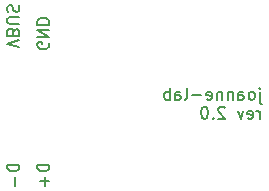
<source format=gbr>
%TF.GenerationSoftware,KiCad,Pcbnew,7.0.9-1.fc39*%
%TF.CreationDate,2023-12-29T10:14:23-08:00*%
%TF.ProjectId,ADB-USB-adapter,4144422d-5553-4422-9d61-646170746572,rev?*%
%TF.SameCoordinates,Original*%
%TF.FileFunction,Legend,Bot*%
%TF.FilePolarity,Positive*%
%FSLAX46Y46*%
G04 Gerber Fmt 4.6, Leading zero omitted, Abs format (unit mm)*
G04 Created by KiCad (PCBNEW 7.0.9-1.fc39) date 2023-12-29 10:14:23*
%MOMM*%
%LPD*%
G01*
G04 APERTURE LIST*
%ADD10C,0.150000*%
G04 APERTURE END LIST*
D10*
X49193220Y-28708152D02*
X49193220Y-29565295D01*
X49193220Y-29565295D02*
X49240839Y-29660533D01*
X49240839Y-29660533D02*
X49336077Y-29708152D01*
X49336077Y-29708152D02*
X49383696Y-29708152D01*
X49193220Y-28374819D02*
X49240839Y-28422438D01*
X49240839Y-28422438D02*
X49193220Y-28470057D01*
X49193220Y-28470057D02*
X49145601Y-28422438D01*
X49145601Y-28422438D02*
X49193220Y-28374819D01*
X49193220Y-28374819D02*
X49193220Y-28470057D01*
X48574173Y-29374819D02*
X48669411Y-29327200D01*
X48669411Y-29327200D02*
X48717030Y-29279580D01*
X48717030Y-29279580D02*
X48764649Y-29184342D01*
X48764649Y-29184342D02*
X48764649Y-28898628D01*
X48764649Y-28898628D02*
X48717030Y-28803390D01*
X48717030Y-28803390D02*
X48669411Y-28755771D01*
X48669411Y-28755771D02*
X48574173Y-28708152D01*
X48574173Y-28708152D02*
X48431316Y-28708152D01*
X48431316Y-28708152D02*
X48336078Y-28755771D01*
X48336078Y-28755771D02*
X48288459Y-28803390D01*
X48288459Y-28803390D02*
X48240840Y-28898628D01*
X48240840Y-28898628D02*
X48240840Y-29184342D01*
X48240840Y-29184342D02*
X48288459Y-29279580D01*
X48288459Y-29279580D02*
X48336078Y-29327200D01*
X48336078Y-29327200D02*
X48431316Y-29374819D01*
X48431316Y-29374819D02*
X48574173Y-29374819D01*
X47383697Y-29374819D02*
X47383697Y-28851009D01*
X47383697Y-28851009D02*
X47431316Y-28755771D01*
X47431316Y-28755771D02*
X47526554Y-28708152D01*
X47526554Y-28708152D02*
X47717030Y-28708152D01*
X47717030Y-28708152D02*
X47812268Y-28755771D01*
X47383697Y-29327200D02*
X47478935Y-29374819D01*
X47478935Y-29374819D02*
X47717030Y-29374819D01*
X47717030Y-29374819D02*
X47812268Y-29327200D01*
X47812268Y-29327200D02*
X47859887Y-29231961D01*
X47859887Y-29231961D02*
X47859887Y-29136723D01*
X47859887Y-29136723D02*
X47812268Y-29041485D01*
X47812268Y-29041485D02*
X47717030Y-28993866D01*
X47717030Y-28993866D02*
X47478935Y-28993866D01*
X47478935Y-28993866D02*
X47383697Y-28946247D01*
X46907506Y-28708152D02*
X46907506Y-29374819D01*
X46907506Y-28803390D02*
X46859887Y-28755771D01*
X46859887Y-28755771D02*
X46764649Y-28708152D01*
X46764649Y-28708152D02*
X46621792Y-28708152D01*
X46621792Y-28708152D02*
X46526554Y-28755771D01*
X46526554Y-28755771D02*
X46478935Y-28851009D01*
X46478935Y-28851009D02*
X46478935Y-29374819D01*
X46002744Y-28708152D02*
X46002744Y-29374819D01*
X46002744Y-28803390D02*
X45955125Y-28755771D01*
X45955125Y-28755771D02*
X45859887Y-28708152D01*
X45859887Y-28708152D02*
X45717030Y-28708152D01*
X45717030Y-28708152D02*
X45621792Y-28755771D01*
X45621792Y-28755771D02*
X45574173Y-28851009D01*
X45574173Y-28851009D02*
X45574173Y-29374819D01*
X44717030Y-29327200D02*
X44812268Y-29374819D01*
X44812268Y-29374819D02*
X45002744Y-29374819D01*
X45002744Y-29374819D02*
X45097982Y-29327200D01*
X45097982Y-29327200D02*
X45145601Y-29231961D01*
X45145601Y-29231961D02*
X45145601Y-28851009D01*
X45145601Y-28851009D02*
X45097982Y-28755771D01*
X45097982Y-28755771D02*
X45002744Y-28708152D01*
X45002744Y-28708152D02*
X44812268Y-28708152D01*
X44812268Y-28708152D02*
X44717030Y-28755771D01*
X44717030Y-28755771D02*
X44669411Y-28851009D01*
X44669411Y-28851009D02*
X44669411Y-28946247D01*
X44669411Y-28946247D02*
X45145601Y-29041485D01*
X44240839Y-28993866D02*
X43478935Y-28993866D01*
X42859887Y-29374819D02*
X42955125Y-29327200D01*
X42955125Y-29327200D02*
X43002744Y-29231961D01*
X43002744Y-29231961D02*
X43002744Y-28374819D01*
X42050363Y-29374819D02*
X42050363Y-28851009D01*
X42050363Y-28851009D02*
X42097982Y-28755771D01*
X42097982Y-28755771D02*
X42193220Y-28708152D01*
X42193220Y-28708152D02*
X42383696Y-28708152D01*
X42383696Y-28708152D02*
X42478934Y-28755771D01*
X42050363Y-29327200D02*
X42145601Y-29374819D01*
X42145601Y-29374819D02*
X42383696Y-29374819D01*
X42383696Y-29374819D02*
X42478934Y-29327200D01*
X42478934Y-29327200D02*
X42526553Y-29231961D01*
X42526553Y-29231961D02*
X42526553Y-29136723D01*
X42526553Y-29136723D02*
X42478934Y-29041485D01*
X42478934Y-29041485D02*
X42383696Y-28993866D01*
X42383696Y-28993866D02*
X42145601Y-28993866D01*
X42145601Y-28993866D02*
X42050363Y-28946247D01*
X41574172Y-29374819D02*
X41574172Y-28374819D01*
X41574172Y-28755771D02*
X41478934Y-28708152D01*
X41478934Y-28708152D02*
X41288458Y-28708152D01*
X41288458Y-28708152D02*
X41193220Y-28755771D01*
X41193220Y-28755771D02*
X41145601Y-28803390D01*
X41145601Y-28803390D02*
X41097982Y-28898628D01*
X41097982Y-28898628D02*
X41097982Y-29184342D01*
X41097982Y-29184342D02*
X41145601Y-29279580D01*
X41145601Y-29279580D02*
X41193220Y-29327200D01*
X41193220Y-29327200D02*
X41288458Y-29374819D01*
X41288458Y-29374819D02*
X41478934Y-29374819D01*
X41478934Y-29374819D02*
X41574172Y-29327200D01*
X49193220Y-30984819D02*
X49193220Y-30318152D01*
X49193220Y-30508628D02*
X49145601Y-30413390D01*
X49145601Y-30413390D02*
X49097982Y-30365771D01*
X49097982Y-30365771D02*
X49002744Y-30318152D01*
X49002744Y-30318152D02*
X48907506Y-30318152D01*
X48193220Y-30937200D02*
X48288458Y-30984819D01*
X48288458Y-30984819D02*
X48478934Y-30984819D01*
X48478934Y-30984819D02*
X48574172Y-30937200D01*
X48574172Y-30937200D02*
X48621791Y-30841961D01*
X48621791Y-30841961D02*
X48621791Y-30461009D01*
X48621791Y-30461009D02*
X48574172Y-30365771D01*
X48574172Y-30365771D02*
X48478934Y-30318152D01*
X48478934Y-30318152D02*
X48288458Y-30318152D01*
X48288458Y-30318152D02*
X48193220Y-30365771D01*
X48193220Y-30365771D02*
X48145601Y-30461009D01*
X48145601Y-30461009D02*
X48145601Y-30556247D01*
X48145601Y-30556247D02*
X48621791Y-30651485D01*
X47812267Y-30318152D02*
X47574172Y-30984819D01*
X47574172Y-30984819D02*
X47336077Y-30318152D01*
X46240838Y-30080057D02*
X46193219Y-30032438D01*
X46193219Y-30032438D02*
X46097981Y-29984819D01*
X46097981Y-29984819D02*
X45859886Y-29984819D01*
X45859886Y-29984819D02*
X45764648Y-30032438D01*
X45764648Y-30032438D02*
X45717029Y-30080057D01*
X45717029Y-30080057D02*
X45669410Y-30175295D01*
X45669410Y-30175295D02*
X45669410Y-30270533D01*
X45669410Y-30270533D02*
X45717029Y-30413390D01*
X45717029Y-30413390D02*
X46288457Y-30984819D01*
X46288457Y-30984819D02*
X45669410Y-30984819D01*
X45240838Y-30889580D02*
X45193219Y-30937200D01*
X45193219Y-30937200D02*
X45240838Y-30984819D01*
X45240838Y-30984819D02*
X45288457Y-30937200D01*
X45288457Y-30937200D02*
X45240838Y-30889580D01*
X45240838Y-30889580D02*
X45240838Y-30984819D01*
X44574172Y-29984819D02*
X44478934Y-29984819D01*
X44478934Y-29984819D02*
X44383696Y-30032438D01*
X44383696Y-30032438D02*
X44336077Y-30080057D01*
X44336077Y-30080057D02*
X44288458Y-30175295D01*
X44288458Y-30175295D02*
X44240839Y-30365771D01*
X44240839Y-30365771D02*
X44240839Y-30603866D01*
X44240839Y-30603866D02*
X44288458Y-30794342D01*
X44288458Y-30794342D02*
X44336077Y-30889580D01*
X44336077Y-30889580D02*
X44383696Y-30937200D01*
X44383696Y-30937200D02*
X44478934Y-30984819D01*
X44478934Y-30984819D02*
X44574172Y-30984819D01*
X44574172Y-30984819D02*
X44669410Y-30937200D01*
X44669410Y-30937200D02*
X44717029Y-30889580D01*
X44717029Y-30889580D02*
X44764648Y-30794342D01*
X44764648Y-30794342D02*
X44812267Y-30603866D01*
X44812267Y-30603866D02*
X44812267Y-30365771D01*
X44812267Y-30365771D02*
X44764648Y-30175295D01*
X44764648Y-30175295D02*
X44717029Y-30080057D01*
X44717029Y-30080057D02*
X44669410Y-30032438D01*
X44669410Y-30032438D02*
X44574172Y-29984819D01*
X31308561Y-24539411D02*
X31356180Y-24634649D01*
X31356180Y-24634649D02*
X31356180Y-24777506D01*
X31356180Y-24777506D02*
X31308561Y-24920363D01*
X31308561Y-24920363D02*
X31213323Y-25015601D01*
X31213323Y-25015601D02*
X31118085Y-25063220D01*
X31118085Y-25063220D02*
X30927609Y-25110839D01*
X30927609Y-25110839D02*
X30784752Y-25110839D01*
X30784752Y-25110839D02*
X30594276Y-25063220D01*
X30594276Y-25063220D02*
X30499038Y-25015601D01*
X30499038Y-25015601D02*
X30403800Y-24920363D01*
X30403800Y-24920363D02*
X30356180Y-24777506D01*
X30356180Y-24777506D02*
X30356180Y-24682268D01*
X30356180Y-24682268D02*
X30403800Y-24539411D01*
X30403800Y-24539411D02*
X30451419Y-24491792D01*
X30451419Y-24491792D02*
X30784752Y-24491792D01*
X30784752Y-24491792D02*
X30784752Y-24682268D01*
X30356180Y-24063220D02*
X31356180Y-24063220D01*
X31356180Y-24063220D02*
X30356180Y-23491792D01*
X30356180Y-23491792D02*
X31356180Y-23491792D01*
X30356180Y-23015601D02*
X31356180Y-23015601D01*
X31356180Y-23015601D02*
X31356180Y-22777506D01*
X31356180Y-22777506D02*
X31308561Y-22634649D01*
X31308561Y-22634649D02*
X31213323Y-22539411D01*
X31213323Y-22539411D02*
X31118085Y-22491792D01*
X31118085Y-22491792D02*
X30927609Y-22444173D01*
X30927609Y-22444173D02*
X30784752Y-22444173D01*
X30784752Y-22444173D02*
X30594276Y-22491792D01*
X30594276Y-22491792D02*
X30499038Y-22539411D01*
X30499038Y-22539411D02*
X30403800Y-22634649D01*
X30403800Y-22634649D02*
X30356180Y-22777506D01*
X30356180Y-22777506D02*
X30356180Y-23015601D01*
X31365819Y-34880779D02*
X30365819Y-34880779D01*
X30365819Y-34880779D02*
X30365819Y-35118874D01*
X30365819Y-35118874D02*
X30413438Y-35261731D01*
X30413438Y-35261731D02*
X30508676Y-35356969D01*
X30508676Y-35356969D02*
X30603914Y-35404588D01*
X30603914Y-35404588D02*
X30794390Y-35452207D01*
X30794390Y-35452207D02*
X30937247Y-35452207D01*
X30937247Y-35452207D02*
X31127723Y-35404588D01*
X31127723Y-35404588D02*
X31222961Y-35356969D01*
X31222961Y-35356969D02*
X31318200Y-35261731D01*
X31318200Y-35261731D02*
X31365819Y-35118874D01*
X31365819Y-35118874D02*
X31365819Y-34880779D01*
X30984866Y-35880779D02*
X30984866Y-36642684D01*
X31365819Y-36261731D02*
X30603914Y-36261731D01*
X28816180Y-24952077D02*
X27816180Y-24618744D01*
X27816180Y-24618744D02*
X28816180Y-24285411D01*
X28339990Y-23618744D02*
X28292371Y-23475887D01*
X28292371Y-23475887D02*
X28244752Y-23428268D01*
X28244752Y-23428268D02*
X28149514Y-23380649D01*
X28149514Y-23380649D02*
X28006657Y-23380649D01*
X28006657Y-23380649D02*
X27911419Y-23428268D01*
X27911419Y-23428268D02*
X27863800Y-23475887D01*
X27863800Y-23475887D02*
X27816180Y-23571125D01*
X27816180Y-23571125D02*
X27816180Y-23952077D01*
X27816180Y-23952077D02*
X28816180Y-23952077D01*
X28816180Y-23952077D02*
X28816180Y-23618744D01*
X28816180Y-23618744D02*
X28768561Y-23523506D01*
X28768561Y-23523506D02*
X28720942Y-23475887D01*
X28720942Y-23475887D02*
X28625704Y-23428268D01*
X28625704Y-23428268D02*
X28530466Y-23428268D01*
X28530466Y-23428268D02*
X28435228Y-23475887D01*
X28435228Y-23475887D02*
X28387609Y-23523506D01*
X28387609Y-23523506D02*
X28339990Y-23618744D01*
X28339990Y-23618744D02*
X28339990Y-23952077D01*
X28816180Y-22952077D02*
X28006657Y-22952077D01*
X28006657Y-22952077D02*
X27911419Y-22904458D01*
X27911419Y-22904458D02*
X27863800Y-22856839D01*
X27863800Y-22856839D02*
X27816180Y-22761601D01*
X27816180Y-22761601D02*
X27816180Y-22571125D01*
X27816180Y-22571125D02*
X27863800Y-22475887D01*
X27863800Y-22475887D02*
X27911419Y-22428268D01*
X27911419Y-22428268D02*
X28006657Y-22380649D01*
X28006657Y-22380649D02*
X28816180Y-22380649D01*
X27863800Y-21952077D02*
X27816180Y-21809220D01*
X27816180Y-21809220D02*
X27816180Y-21571125D01*
X27816180Y-21571125D02*
X27863800Y-21475887D01*
X27863800Y-21475887D02*
X27911419Y-21428268D01*
X27911419Y-21428268D02*
X28006657Y-21380649D01*
X28006657Y-21380649D02*
X28101895Y-21380649D01*
X28101895Y-21380649D02*
X28197133Y-21428268D01*
X28197133Y-21428268D02*
X28244752Y-21475887D01*
X28244752Y-21475887D02*
X28292371Y-21571125D01*
X28292371Y-21571125D02*
X28339990Y-21761601D01*
X28339990Y-21761601D02*
X28387609Y-21856839D01*
X28387609Y-21856839D02*
X28435228Y-21904458D01*
X28435228Y-21904458D02*
X28530466Y-21952077D01*
X28530466Y-21952077D02*
X28625704Y-21952077D01*
X28625704Y-21952077D02*
X28720942Y-21904458D01*
X28720942Y-21904458D02*
X28768561Y-21856839D01*
X28768561Y-21856839D02*
X28816180Y-21761601D01*
X28816180Y-21761601D02*
X28816180Y-21523506D01*
X28816180Y-21523506D02*
X28768561Y-21380649D01*
X28825819Y-34880779D02*
X27825819Y-34880779D01*
X27825819Y-34880779D02*
X27825819Y-35118874D01*
X27825819Y-35118874D02*
X27873438Y-35261731D01*
X27873438Y-35261731D02*
X27968676Y-35356969D01*
X27968676Y-35356969D02*
X28063914Y-35404588D01*
X28063914Y-35404588D02*
X28254390Y-35452207D01*
X28254390Y-35452207D02*
X28397247Y-35452207D01*
X28397247Y-35452207D02*
X28587723Y-35404588D01*
X28587723Y-35404588D02*
X28682961Y-35356969D01*
X28682961Y-35356969D02*
X28778200Y-35261731D01*
X28778200Y-35261731D02*
X28825819Y-35118874D01*
X28825819Y-35118874D02*
X28825819Y-34880779D01*
X28444866Y-35880779D02*
X28444866Y-36642684D01*
M02*

</source>
